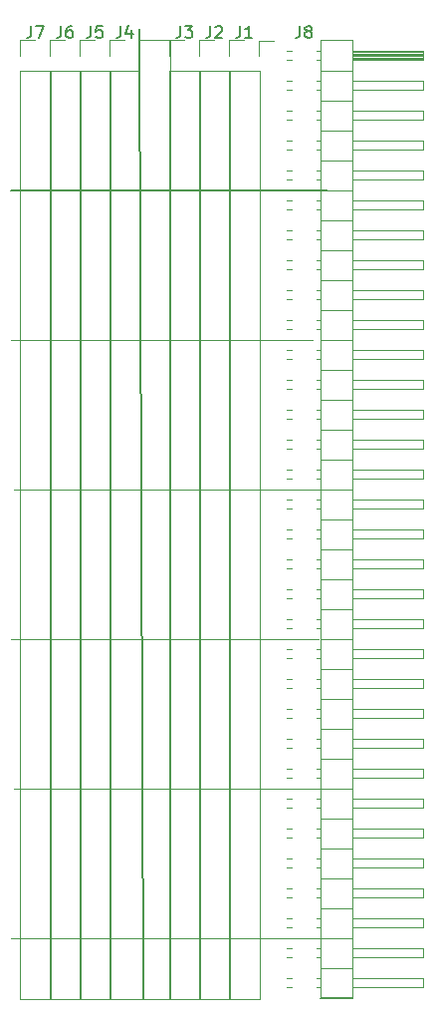
<source format=gto>
G04 #@! TF.GenerationSoftware,KiCad,Pcbnew,(7.0.0)*
G04 #@! TF.CreationDate,2024-08-23T15:46:21-04:00*
G04 #@! TF.ProjectId,LB-BKOUT,4c422d42-4b4f-4555-942e-6b696361645f,1*
G04 #@! TF.SameCoordinates,Original*
G04 #@! TF.FileFunction,Legend,Top*
G04 #@! TF.FilePolarity,Positive*
%FSLAX46Y46*%
G04 Gerber Fmt 4.6, Leading zero omitted, Abs format (unit mm)*
G04 Created by KiCad (PCBNEW (7.0.0)) date 2024-08-23 15:46:21*
%MOMM*%
%LPD*%
G01*
G04 APERTURE LIST*
%ADD10C,0.100000*%
%ADD11C,0.150000*%
%ADD12C,0.120000*%
G04 APERTURE END LIST*
D10*
X125222000Y-90170000D02*
X151892000Y-90170000D01*
D11*
X135890000Y-51054000D02*
X136180000Y-133410000D01*
D10*
X124968000Y-77470000D02*
X150622000Y-77470000D01*
X125222000Y-115570000D02*
X151892000Y-115570000D01*
X124968000Y-102870000D02*
X151130000Y-102870000D01*
X124968000Y-128270000D02*
X151638000Y-128270000D01*
D11*
X124968000Y-64770000D02*
X151892000Y-64770000D01*
X134286666Y-50802380D02*
X134286666Y-51516666D01*
X134286666Y-51516666D02*
X134239047Y-51659523D01*
X134239047Y-51659523D02*
X134143809Y-51754761D01*
X134143809Y-51754761D02*
X134000952Y-51802380D01*
X134000952Y-51802380D02*
X133905714Y-51802380D01*
X135191428Y-51135714D02*
X135191428Y-51802380D01*
X134953333Y-50754761D02*
X134715238Y-51469047D01*
X134715238Y-51469047D02*
X135334285Y-51469047D01*
X149526666Y-50802380D02*
X149526666Y-51516666D01*
X149526666Y-51516666D02*
X149479047Y-51659523D01*
X149479047Y-51659523D02*
X149383809Y-51754761D01*
X149383809Y-51754761D02*
X149240952Y-51802380D01*
X149240952Y-51802380D02*
X149145714Y-51802380D01*
X150145714Y-51230952D02*
X150050476Y-51183333D01*
X150050476Y-51183333D02*
X150002857Y-51135714D01*
X150002857Y-51135714D02*
X149955238Y-51040476D01*
X149955238Y-51040476D02*
X149955238Y-50992857D01*
X149955238Y-50992857D02*
X150002857Y-50897619D01*
X150002857Y-50897619D02*
X150050476Y-50850000D01*
X150050476Y-50850000D02*
X150145714Y-50802380D01*
X150145714Y-50802380D02*
X150336190Y-50802380D01*
X150336190Y-50802380D02*
X150431428Y-50850000D01*
X150431428Y-50850000D02*
X150479047Y-50897619D01*
X150479047Y-50897619D02*
X150526666Y-50992857D01*
X150526666Y-50992857D02*
X150526666Y-51040476D01*
X150526666Y-51040476D02*
X150479047Y-51135714D01*
X150479047Y-51135714D02*
X150431428Y-51183333D01*
X150431428Y-51183333D02*
X150336190Y-51230952D01*
X150336190Y-51230952D02*
X150145714Y-51230952D01*
X150145714Y-51230952D02*
X150050476Y-51278571D01*
X150050476Y-51278571D02*
X150002857Y-51326190D01*
X150002857Y-51326190D02*
X149955238Y-51421428D01*
X149955238Y-51421428D02*
X149955238Y-51611904D01*
X149955238Y-51611904D02*
X150002857Y-51707142D01*
X150002857Y-51707142D02*
X150050476Y-51754761D01*
X150050476Y-51754761D02*
X150145714Y-51802380D01*
X150145714Y-51802380D02*
X150336190Y-51802380D01*
X150336190Y-51802380D02*
X150431428Y-51754761D01*
X150431428Y-51754761D02*
X150479047Y-51707142D01*
X150479047Y-51707142D02*
X150526666Y-51611904D01*
X150526666Y-51611904D02*
X150526666Y-51421428D01*
X150526666Y-51421428D02*
X150479047Y-51326190D01*
X150479047Y-51326190D02*
X150431428Y-51278571D01*
X150431428Y-51278571D02*
X150336190Y-51230952D01*
X141906666Y-50802380D02*
X141906666Y-51516666D01*
X141906666Y-51516666D02*
X141859047Y-51659523D01*
X141859047Y-51659523D02*
X141763809Y-51754761D01*
X141763809Y-51754761D02*
X141620952Y-51802380D01*
X141620952Y-51802380D02*
X141525714Y-51802380D01*
X142335238Y-50897619D02*
X142382857Y-50850000D01*
X142382857Y-50850000D02*
X142478095Y-50802380D01*
X142478095Y-50802380D02*
X142716190Y-50802380D01*
X142716190Y-50802380D02*
X142811428Y-50850000D01*
X142811428Y-50850000D02*
X142859047Y-50897619D01*
X142859047Y-50897619D02*
X142906666Y-50992857D01*
X142906666Y-50992857D02*
X142906666Y-51088095D01*
X142906666Y-51088095D02*
X142859047Y-51230952D01*
X142859047Y-51230952D02*
X142287619Y-51802380D01*
X142287619Y-51802380D02*
X142906666Y-51802380D01*
X144446666Y-50802380D02*
X144446666Y-51516666D01*
X144446666Y-51516666D02*
X144399047Y-51659523D01*
X144399047Y-51659523D02*
X144303809Y-51754761D01*
X144303809Y-51754761D02*
X144160952Y-51802380D01*
X144160952Y-51802380D02*
X144065714Y-51802380D01*
X145446666Y-51802380D02*
X144875238Y-51802380D01*
X145160952Y-51802380D02*
X145160952Y-50802380D01*
X145160952Y-50802380D02*
X145065714Y-50945238D01*
X145065714Y-50945238D02*
X144970476Y-51040476D01*
X144970476Y-51040476D02*
X144875238Y-51088095D01*
X139366666Y-50802380D02*
X139366666Y-51516666D01*
X139366666Y-51516666D02*
X139319047Y-51659523D01*
X139319047Y-51659523D02*
X139223809Y-51754761D01*
X139223809Y-51754761D02*
X139080952Y-51802380D01*
X139080952Y-51802380D02*
X138985714Y-51802380D01*
X139747619Y-50802380D02*
X140366666Y-50802380D01*
X140366666Y-50802380D02*
X140033333Y-51183333D01*
X140033333Y-51183333D02*
X140176190Y-51183333D01*
X140176190Y-51183333D02*
X140271428Y-51230952D01*
X140271428Y-51230952D02*
X140319047Y-51278571D01*
X140319047Y-51278571D02*
X140366666Y-51373809D01*
X140366666Y-51373809D02*
X140366666Y-51611904D01*
X140366666Y-51611904D02*
X140319047Y-51707142D01*
X140319047Y-51707142D02*
X140271428Y-51754761D01*
X140271428Y-51754761D02*
X140176190Y-51802380D01*
X140176190Y-51802380D02*
X139890476Y-51802380D01*
X139890476Y-51802380D02*
X139795238Y-51754761D01*
X139795238Y-51754761D02*
X139747619Y-51707142D01*
X126666666Y-50802380D02*
X126666666Y-51516666D01*
X126666666Y-51516666D02*
X126619047Y-51659523D01*
X126619047Y-51659523D02*
X126523809Y-51754761D01*
X126523809Y-51754761D02*
X126380952Y-51802380D01*
X126380952Y-51802380D02*
X126285714Y-51802380D01*
X127047619Y-50802380D02*
X127714285Y-50802380D01*
X127714285Y-50802380D02*
X127285714Y-51802380D01*
X129206666Y-50802380D02*
X129206666Y-51516666D01*
X129206666Y-51516666D02*
X129159047Y-51659523D01*
X129159047Y-51659523D02*
X129063809Y-51754761D01*
X129063809Y-51754761D02*
X128920952Y-51802380D01*
X128920952Y-51802380D02*
X128825714Y-51802380D01*
X130111428Y-50802380D02*
X129920952Y-50802380D01*
X129920952Y-50802380D02*
X129825714Y-50850000D01*
X129825714Y-50850000D02*
X129778095Y-50897619D01*
X129778095Y-50897619D02*
X129682857Y-51040476D01*
X129682857Y-51040476D02*
X129635238Y-51230952D01*
X129635238Y-51230952D02*
X129635238Y-51611904D01*
X129635238Y-51611904D02*
X129682857Y-51707142D01*
X129682857Y-51707142D02*
X129730476Y-51754761D01*
X129730476Y-51754761D02*
X129825714Y-51802380D01*
X129825714Y-51802380D02*
X130016190Y-51802380D01*
X130016190Y-51802380D02*
X130111428Y-51754761D01*
X130111428Y-51754761D02*
X130159047Y-51707142D01*
X130159047Y-51707142D02*
X130206666Y-51611904D01*
X130206666Y-51611904D02*
X130206666Y-51373809D01*
X130206666Y-51373809D02*
X130159047Y-51278571D01*
X130159047Y-51278571D02*
X130111428Y-51230952D01*
X130111428Y-51230952D02*
X130016190Y-51183333D01*
X130016190Y-51183333D02*
X129825714Y-51183333D01*
X129825714Y-51183333D02*
X129730476Y-51230952D01*
X129730476Y-51230952D02*
X129682857Y-51278571D01*
X129682857Y-51278571D02*
X129635238Y-51373809D01*
X131746666Y-50802380D02*
X131746666Y-51516666D01*
X131746666Y-51516666D02*
X131699047Y-51659523D01*
X131699047Y-51659523D02*
X131603809Y-51754761D01*
X131603809Y-51754761D02*
X131460952Y-51802380D01*
X131460952Y-51802380D02*
X131365714Y-51802380D01*
X132699047Y-50802380D02*
X132222857Y-50802380D01*
X132222857Y-50802380D02*
X132175238Y-51278571D01*
X132175238Y-51278571D02*
X132222857Y-51230952D01*
X132222857Y-51230952D02*
X132318095Y-51183333D01*
X132318095Y-51183333D02*
X132556190Y-51183333D01*
X132556190Y-51183333D02*
X132651428Y-51230952D01*
X132651428Y-51230952D02*
X132699047Y-51278571D01*
X132699047Y-51278571D02*
X132746666Y-51373809D01*
X132746666Y-51373809D02*
X132746666Y-51611904D01*
X132746666Y-51611904D02*
X132699047Y-51707142D01*
X132699047Y-51707142D02*
X132651428Y-51754761D01*
X132651428Y-51754761D02*
X132556190Y-51802380D01*
X132556190Y-51802380D02*
X132318095Y-51802380D01*
X132318095Y-51802380D02*
X132222857Y-51754761D01*
X132222857Y-51754761D02*
X132175238Y-51707142D01*
D12*
X133290000Y-133410000D02*
X138490000Y-133410000D01*
X133290000Y-52010000D02*
X134620000Y-52010000D01*
X133290000Y-54610000D02*
X133290000Y-133410000D01*
X135890000Y-52010000D02*
X138490000Y-52010000D01*
X133290000Y-53340000D02*
X133290000Y-52010000D01*
X138490000Y-52010000D02*
X138490000Y-133410000D01*
X135890000Y-54610000D02*
X135890000Y-52010000D01*
X133290000Y-54610000D02*
X135890000Y-54610000D01*
X151300000Y-100330000D02*
X153960000Y-100330000D01*
X150902929Y-107060000D02*
X151300000Y-107060000D01*
X153960000Y-133350000D02*
X153960000Y-52010000D01*
X150902929Y-96900000D02*
X151300000Y-96900000D01*
X153960000Y-60580000D02*
X159960000Y-60580000D01*
X148362929Y-68960000D02*
X148817071Y-68960000D01*
X153960000Y-80900000D02*
X159960000Y-80900000D01*
X151300000Y-113030000D02*
X153960000Y-113030000D01*
X151300000Y-125730000D02*
X153960000Y-125730000D01*
X151300000Y-69850000D02*
X153960000Y-69850000D01*
X150902929Y-103760000D02*
X151300000Y-103760000D01*
X151300000Y-107950000D02*
X153960000Y-107950000D01*
X150902929Y-53720000D02*
X151300000Y-53720000D01*
X159960000Y-93600000D02*
X159960000Y-94360000D01*
X159960000Y-89280000D02*
X153960000Y-89280000D01*
X150902929Y-89280000D02*
X151300000Y-89280000D01*
X153960000Y-131700000D02*
X159960000Y-131700000D01*
X153960000Y-68200000D02*
X159960000Y-68200000D01*
X150902929Y-78360000D02*
X151300000Y-78360000D01*
X151300000Y-52010000D02*
X151300000Y-133350000D01*
X159960000Y-124840000D02*
X153960000Y-124840000D01*
X151300000Y-123190000D02*
X153960000Y-123190000D01*
X148362929Y-91060000D02*
X148817071Y-91060000D01*
X148362929Y-119000000D02*
X148817071Y-119000000D01*
X150902929Y-132460000D02*
X151300000Y-132460000D01*
X150902929Y-122300000D02*
X151300000Y-122300000D01*
X151300000Y-85090000D02*
X153960000Y-85090000D01*
X148362929Y-129160000D02*
X148817071Y-129160000D01*
X159960000Y-98680000D02*
X159960000Y-99440000D01*
X153960000Y-75820000D02*
X159960000Y-75820000D01*
X159960000Y-117220000D02*
X153960000Y-117220000D01*
X153960000Y-103760000D02*
X159960000Y-103760000D01*
X148362929Y-124080000D02*
X148817071Y-124080000D01*
X148362929Y-89280000D02*
X148817071Y-89280000D01*
X159960000Y-76580000D02*
X153960000Y-76580000D01*
X150902929Y-80900000D02*
X151300000Y-80900000D01*
X148430000Y-53720000D02*
X148817071Y-53720000D01*
X148362929Y-78360000D02*
X148817071Y-78360000D01*
X159960000Y-111380000D02*
X159960000Y-112140000D01*
X148362929Y-129920000D02*
X148817071Y-129920000D01*
X148362929Y-93600000D02*
X148817071Y-93600000D01*
X159960000Y-55500000D02*
X159960000Y-56260000D01*
X159960000Y-68960000D02*
X153960000Y-68960000D01*
X151300000Y-80010000D02*
X153960000Y-80010000D01*
X159960000Y-63880000D02*
X153960000Y-63880000D01*
X150902929Y-129160000D02*
X151300000Y-129160000D01*
X153960000Y-53020000D02*
X159960000Y-53020000D01*
X150902929Y-98680000D02*
X151300000Y-98680000D01*
X148362929Y-126620000D02*
X148817071Y-126620000D01*
X153960000Y-83440000D02*
X159960000Y-83440000D01*
X148362929Y-84200000D02*
X148817071Y-84200000D01*
X150902929Y-55500000D02*
X151300000Y-55500000D01*
X159960000Y-108840000D02*
X159960000Y-109600000D01*
X153960000Y-124080000D02*
X159960000Y-124080000D01*
X150902929Y-121540000D02*
X151300000Y-121540000D01*
X153960000Y-91060000D02*
X159960000Y-91060000D01*
X159960000Y-63120000D02*
X159960000Y-63880000D01*
X150902929Y-61340000D02*
X151300000Y-61340000D01*
X148362929Y-88520000D02*
X148817071Y-88520000D01*
X159960000Y-119760000D02*
X153960000Y-119760000D01*
X159960000Y-113920000D02*
X159960000Y-114680000D01*
X153960000Y-129160000D02*
X159960000Y-129160000D01*
X148362929Y-60580000D02*
X148817071Y-60580000D01*
X148362929Y-86740000D02*
X148817071Y-86740000D01*
X151300000Y-77470000D02*
X153960000Y-77470000D01*
X159960000Y-126620000D02*
X159960000Y-127380000D01*
X150902929Y-126620000D02*
X151300000Y-126620000D01*
X159960000Y-53720000D02*
X153960000Y-53720000D01*
X148362929Y-65660000D02*
X148817071Y-65660000D01*
X159960000Y-85980000D02*
X159960000Y-86740000D01*
X153960000Y-88520000D02*
X159960000Y-88520000D01*
X153960000Y-106300000D02*
X159960000Y-106300000D01*
X148362929Y-68200000D02*
X148817071Y-68200000D01*
X159960000Y-56260000D02*
X153960000Y-56260000D01*
X150902929Y-113920000D02*
X151300000Y-113920000D01*
X153960000Y-70740000D02*
X159960000Y-70740000D01*
X148362929Y-101980000D02*
X148817071Y-101980000D01*
X151300000Y-115570000D02*
X153960000Y-115570000D01*
X148362929Y-116460000D02*
X148817071Y-116460000D01*
X159960000Y-112140000D02*
X153960000Y-112140000D01*
X159960000Y-52960000D02*
X159960000Y-53720000D01*
X148362929Y-73280000D02*
X148817071Y-73280000D01*
X150902929Y-88520000D02*
X151300000Y-88520000D01*
X150902929Y-124840000D02*
X151300000Y-124840000D01*
X148362929Y-104520000D02*
X148817071Y-104520000D01*
X153960000Y-52960000D02*
X159960000Y-52960000D01*
X159960000Y-91060000D02*
X159960000Y-91820000D01*
X151300000Y-118110000D02*
X153960000Y-118110000D01*
X150902929Y-124080000D02*
X151300000Y-124080000D01*
X150902929Y-94360000D02*
X151300000Y-94360000D01*
X151300000Y-67310000D02*
X153960000Y-67310000D01*
X146050000Y-52070000D02*
X147320000Y-52070000D01*
X148362929Y-96140000D02*
X148817071Y-96140000D01*
X150902929Y-129920000D02*
X151300000Y-129920000D01*
X153960000Y-73280000D02*
X159960000Y-73280000D01*
X159960000Y-114680000D02*
X153960000Y-114680000D01*
X150902929Y-85980000D02*
X151300000Y-85980000D01*
X159960000Y-122300000D02*
X153960000Y-122300000D01*
X150902929Y-119000000D02*
X151300000Y-119000000D01*
X150902929Y-74040000D02*
X151300000Y-74040000D01*
X159960000Y-103760000D02*
X159960000Y-104520000D01*
X151300000Y-64770000D02*
X153960000Y-64770000D01*
X153960000Y-65660000D02*
X159960000Y-65660000D01*
X153960000Y-126620000D02*
X159960000Y-126620000D01*
X148362929Y-117220000D02*
X148817071Y-117220000D01*
X159960000Y-94360000D02*
X153960000Y-94360000D01*
X150902929Y-111380000D02*
X151300000Y-111380000D01*
X148362929Y-63120000D02*
X148817071Y-63120000D01*
X153960000Y-111380000D02*
X159960000Y-111380000D01*
X151300000Y-105410000D02*
X153960000Y-105410000D01*
X159960000Y-101220000D02*
X159960000Y-101980000D01*
X148362929Y-122300000D02*
X148817071Y-122300000D01*
X153960000Y-52010000D02*
X151300000Y-52010000D01*
X151300000Y-130810000D02*
X153960000Y-130810000D01*
X150902929Y-109600000D02*
X151300000Y-109600000D01*
X150902929Y-104520000D02*
X151300000Y-104520000D01*
X153960000Y-101220000D02*
X159960000Y-101220000D01*
X153960000Y-53500000D02*
X159960000Y-53500000D01*
X150902929Y-106300000D02*
X151300000Y-106300000D01*
X148362929Y-127380000D02*
X148817071Y-127380000D01*
X150902929Y-63880000D02*
X151300000Y-63880000D01*
X153960000Y-78360000D02*
X159960000Y-78360000D01*
X150902929Y-112140000D02*
X151300000Y-112140000D01*
X148362929Y-109600000D02*
X148817071Y-109600000D01*
X159960000Y-58800000D02*
X153960000Y-58800000D01*
X159960000Y-84200000D02*
X153960000Y-84200000D01*
X151300000Y-54610000D02*
X153960000Y-54610000D01*
X148362929Y-58800000D02*
X148817071Y-58800000D01*
X150902929Y-101980000D02*
X151300000Y-101980000D01*
X148362929Y-85980000D02*
X148817071Y-85980000D01*
X159960000Y-107060000D02*
X153960000Y-107060000D01*
X150902929Y-60580000D02*
X151300000Y-60580000D01*
X153960000Y-113920000D02*
X159960000Y-113920000D01*
X151300000Y-62230000D02*
X153960000Y-62230000D01*
X151300000Y-59690000D02*
X153960000Y-59690000D01*
X159960000Y-65660000D02*
X159960000Y-66420000D01*
X151300000Y-95250000D02*
X153960000Y-95250000D01*
X159960000Y-79120000D02*
X153960000Y-79120000D01*
X151300000Y-92710000D02*
X153960000Y-92710000D01*
X148362929Y-98680000D02*
X148817071Y-98680000D01*
X148362929Y-74040000D02*
X148817071Y-74040000D01*
X159960000Y-68200000D02*
X159960000Y-68960000D01*
X159960000Y-70740000D02*
X159960000Y-71500000D01*
X151300000Y-57150000D02*
X153960000Y-57150000D01*
X148362929Y-124840000D02*
X148817071Y-124840000D01*
X159960000Y-106300000D02*
X159960000Y-107060000D01*
X153960000Y-53260000D02*
X159960000Y-53260000D01*
X150902929Y-58800000D02*
X151300000Y-58800000D01*
X150902929Y-70740000D02*
X151300000Y-70740000D01*
X150902929Y-83440000D02*
X151300000Y-83440000D01*
X151300000Y-82550000D02*
X153960000Y-82550000D01*
X153960000Y-108840000D02*
X159960000Y-108840000D01*
X148362929Y-56260000D02*
X148817071Y-56260000D01*
X150902929Y-108840000D02*
X151300000Y-108840000D01*
X148362929Y-131700000D02*
X148817071Y-131700000D01*
X159960000Y-60580000D02*
X159960000Y-61340000D01*
X150902929Y-65660000D02*
X151300000Y-65660000D01*
X159960000Y-91820000D02*
X153960000Y-91820000D01*
X159960000Y-99440000D02*
X153960000Y-99440000D01*
X159960000Y-81660000D02*
X153960000Y-81660000D01*
X150902929Y-101220000D02*
X151300000Y-101220000D01*
X159960000Y-116460000D02*
X159960000Y-117220000D01*
X150902929Y-93600000D02*
X151300000Y-93600000D01*
X148362929Y-79120000D02*
X148817071Y-79120000D01*
X150902929Y-68960000D02*
X151300000Y-68960000D01*
X153960000Y-116460000D02*
X159960000Y-116460000D01*
X150902929Y-84200000D02*
X151300000Y-84200000D01*
X150902929Y-119760000D02*
X151300000Y-119760000D01*
X159960000Y-71500000D02*
X153960000Y-71500000D01*
X148362929Y-80900000D02*
X148817071Y-80900000D01*
X159960000Y-86740000D02*
X153960000Y-86740000D01*
X153960000Y-121540000D02*
X159960000Y-121540000D01*
X159960000Y-101980000D02*
X153960000Y-101980000D01*
X148362929Y-107060000D02*
X148817071Y-107060000D01*
X159960000Y-80900000D02*
X159960000Y-81660000D01*
X148362929Y-106300000D02*
X148817071Y-106300000D01*
X153960000Y-53140000D02*
X159960000Y-53140000D01*
X159960000Y-129160000D02*
X159960000Y-129920000D01*
X159960000Y-109600000D02*
X153960000Y-109600000D01*
X151300000Y-110490000D02*
X153960000Y-110490000D01*
X148362929Y-101220000D02*
X148817071Y-101220000D01*
X153960000Y-98680000D02*
X159960000Y-98680000D01*
X150902929Y-96140000D02*
X151300000Y-96140000D01*
X150902929Y-63120000D02*
X151300000Y-63120000D01*
X148362929Y-108840000D02*
X148817071Y-108840000D01*
X153960000Y-85980000D02*
X159960000Y-85980000D01*
X148362929Y-71500000D02*
X148817071Y-71500000D01*
X153960000Y-96140000D02*
X159960000Y-96140000D01*
X150902929Y-86740000D02*
X151300000Y-86740000D01*
X153960000Y-119000000D02*
X159960000Y-119000000D01*
X150902929Y-66420000D02*
X151300000Y-66420000D01*
X151300000Y-87630000D02*
X153960000Y-87630000D01*
X159960000Y-88520000D02*
X159960000Y-89280000D01*
X159960000Y-78360000D02*
X159960000Y-79120000D01*
X150902929Y-81660000D02*
X151300000Y-81660000D01*
X159960000Y-132460000D02*
X153960000Y-132460000D01*
X150902929Y-56260000D02*
X151300000Y-56260000D01*
X159960000Y-73280000D02*
X159960000Y-74040000D01*
X148362929Y-99440000D02*
X148817071Y-99440000D01*
X159960000Y-96900000D02*
X153960000Y-96900000D01*
X153960000Y-93600000D02*
X159960000Y-93600000D01*
X148362929Y-91820000D02*
X148817071Y-91820000D01*
X148362929Y-66420000D02*
X148817071Y-66420000D01*
X148362929Y-113920000D02*
X148817071Y-113920000D01*
X148362929Y-55500000D02*
X148817071Y-55500000D01*
X159960000Y-127380000D02*
X153960000Y-127380000D01*
D11*
X151300000Y-133350000D02*
X153960000Y-133350000D01*
D12*
X153960000Y-53620000D02*
X159960000Y-53620000D01*
X159960000Y-124080000D02*
X159960000Y-124840000D01*
X151300000Y-74930000D02*
X153960000Y-74930000D01*
X151300000Y-120650000D02*
X153960000Y-120650000D01*
X148362929Y-119760000D02*
X148817071Y-119760000D01*
X150902929Y-75820000D02*
X151300000Y-75820000D01*
X159960000Y-96140000D02*
X159960000Y-96900000D01*
X150902929Y-58040000D02*
X151300000Y-58040000D01*
X150902929Y-99440000D02*
X151300000Y-99440000D01*
X148362929Y-132460000D02*
X148817071Y-132460000D01*
X151300000Y-102870000D02*
X153960000Y-102870000D01*
X153960000Y-58040000D02*
X159960000Y-58040000D01*
X150902929Y-116460000D02*
X151300000Y-116460000D01*
X148362929Y-76580000D02*
X148817071Y-76580000D01*
X148362929Y-96900000D02*
X148817071Y-96900000D01*
X159960000Y-83440000D02*
X159960000Y-84200000D01*
X150902929Y-52960000D02*
X151300000Y-52960000D01*
X150902929Y-117220000D02*
X151300000Y-117220000D01*
X150902929Y-91820000D02*
X151300000Y-91820000D01*
X151300000Y-90170000D02*
X153960000Y-90170000D01*
X148362929Y-112140000D02*
X148817071Y-112140000D01*
X150902929Y-76580000D02*
X151300000Y-76580000D01*
X148362929Y-61340000D02*
X148817071Y-61340000D01*
X159960000Y-75820000D02*
X159960000Y-76580000D01*
X148362929Y-70740000D02*
X148817071Y-70740000D01*
X159960000Y-58040000D02*
X159960000Y-58800000D01*
X159960000Y-129920000D02*
X153960000Y-129920000D01*
X148362929Y-83440000D02*
X148817071Y-83440000D01*
X159960000Y-121540000D02*
X159960000Y-122300000D01*
X150902929Y-91060000D02*
X151300000Y-91060000D01*
X151300000Y-97790000D02*
X153960000Y-97790000D01*
X159960000Y-61340000D02*
X153960000Y-61340000D01*
X159960000Y-74040000D02*
X153960000Y-74040000D01*
X150902929Y-68200000D02*
X151300000Y-68200000D01*
X159960000Y-104520000D02*
X153960000Y-104520000D01*
X153960000Y-63120000D02*
X159960000Y-63120000D01*
X151300000Y-128270000D02*
X153960000Y-128270000D01*
X150902929Y-114680000D02*
X151300000Y-114680000D01*
X148362929Y-81660000D02*
X148817071Y-81660000D01*
X150902929Y-131700000D02*
X151300000Y-131700000D01*
X159960000Y-66420000D02*
X153960000Y-66420000D01*
X159960000Y-119000000D02*
X159960000Y-119760000D01*
X146050000Y-53340000D02*
X146050000Y-52070000D01*
X150902929Y-79120000D02*
X151300000Y-79120000D01*
X148362929Y-63880000D02*
X148817071Y-63880000D01*
X148362929Y-103760000D02*
X148817071Y-103760000D01*
X148362929Y-121540000D02*
X148817071Y-121540000D01*
X148362929Y-75820000D02*
X148817071Y-75820000D01*
X153960000Y-53380000D02*
X159960000Y-53380000D01*
X159960000Y-131700000D02*
X159960000Y-132460000D01*
X153960000Y-55500000D02*
X159960000Y-55500000D01*
X148362929Y-111380000D02*
X148817071Y-111380000D01*
X150902929Y-127380000D02*
X151300000Y-127380000D01*
X150902929Y-73280000D02*
X151300000Y-73280000D01*
X151300000Y-72390000D02*
X153960000Y-72390000D01*
X148430000Y-52960000D02*
X148817071Y-52960000D01*
X148362929Y-94360000D02*
X148817071Y-94360000D01*
X148362929Y-58040000D02*
X148817071Y-58040000D01*
X150902929Y-71500000D02*
X151300000Y-71500000D01*
X148362929Y-114680000D02*
X148817071Y-114680000D01*
X140910000Y-54610000D02*
X140910000Y-133410000D01*
X140910000Y-133410000D02*
X143570000Y-133410000D01*
X143570000Y-54610000D02*
X143570000Y-133410000D01*
X140910000Y-53340000D02*
X140910000Y-52010000D01*
X140910000Y-54610000D02*
X143570000Y-54610000D01*
X140910000Y-52010000D02*
X142240000Y-52010000D01*
X143450000Y-54610000D02*
X143450000Y-133410000D01*
X143450000Y-52010000D02*
X144780000Y-52010000D01*
X143450000Y-53340000D02*
X143450000Y-52010000D01*
X143450000Y-54610000D02*
X146110000Y-54610000D01*
X146110000Y-54610000D02*
X146110000Y-133410000D01*
X143450000Y-133410000D02*
X146110000Y-133410000D01*
X141030000Y-54610000D02*
X141030000Y-133410000D01*
X138370000Y-52010000D02*
X139700000Y-52010000D01*
X138370000Y-53340000D02*
X138370000Y-52010000D01*
X138370000Y-54610000D02*
X141030000Y-54610000D01*
X138370000Y-133410000D02*
X141030000Y-133410000D01*
X138370000Y-54610000D02*
X138370000Y-133410000D01*
X128330000Y-54610000D02*
X128330000Y-133410000D01*
X125670000Y-133410000D02*
X128330000Y-133410000D01*
X125670000Y-52010000D02*
X127000000Y-52010000D01*
X125670000Y-54610000D02*
X128330000Y-54610000D01*
X125670000Y-54610000D02*
X125670000Y-133410000D01*
X125670000Y-53340000D02*
X125670000Y-52010000D01*
X128210000Y-53340000D02*
X128210000Y-52010000D01*
X128210000Y-54610000D02*
X130870000Y-54610000D01*
X128210000Y-52010000D02*
X129540000Y-52010000D01*
X128210000Y-133410000D02*
X130870000Y-133410000D01*
X130870000Y-54610000D02*
X130870000Y-133410000D01*
X128210000Y-54610000D02*
X128210000Y-133410000D01*
X130750000Y-54610000D02*
X130750000Y-133410000D01*
X130750000Y-52010000D02*
X132080000Y-52010000D01*
X130750000Y-53340000D02*
X130750000Y-52010000D01*
X130750000Y-54610000D02*
X133410000Y-54610000D01*
X133410000Y-54610000D02*
X133410000Y-133410000D01*
X130750000Y-133410000D02*
X133410000Y-133410000D01*
M02*

</source>
